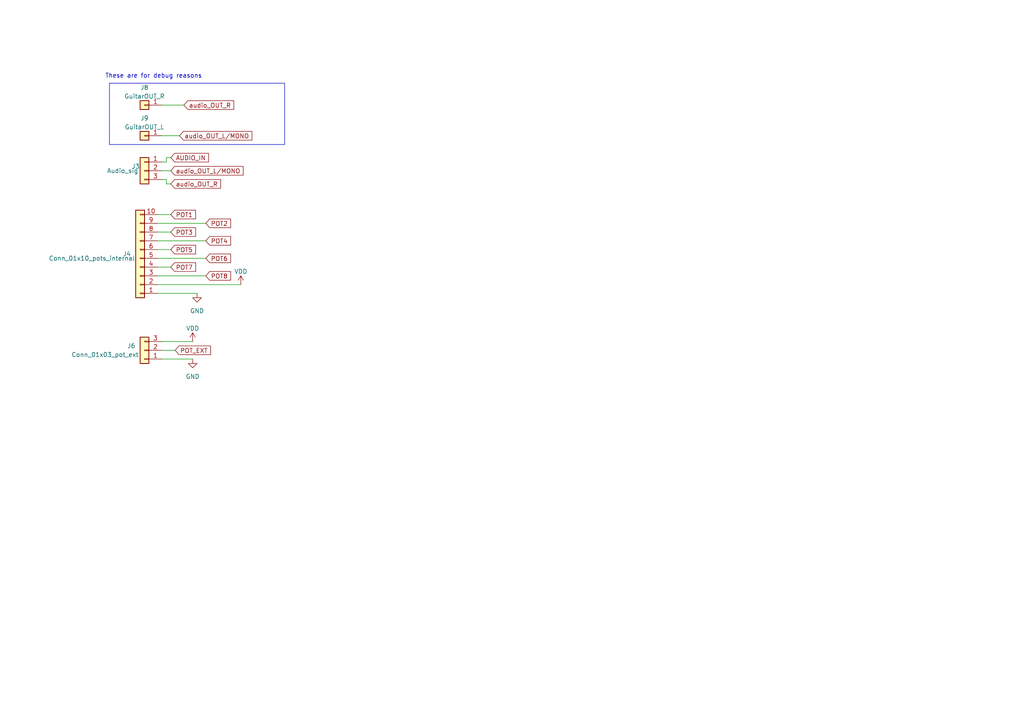
<source format=kicad_sch>
(kicad_sch (version 20230121) (generator eeschema)

  (uuid 4bd4d505-6635-4a72-8154-94b7ad75835f)

  (paper "A4")

  (lib_symbols
    (symbol "Connector_Generic:Conn_01x01" (pin_names (offset 1.016) hide) (in_bom yes) (on_board yes)
      (property "Reference" "J" (at 0 2.54 0)
        (effects (font (size 1.27 1.27)))
      )
      (property "Value" "Conn_01x01" (at 0 -2.54 0)
        (effects (font (size 1.27 1.27)))
      )
      (property "Footprint" "" (at 0 0 0)
        (effects (font (size 1.27 1.27)) hide)
      )
      (property "Datasheet" "~" (at 0 0 0)
        (effects (font (size 1.27 1.27)) hide)
      )
      (property "ki_keywords" "connector" (at 0 0 0)
        (effects (font (size 1.27 1.27)) hide)
      )
      (property "ki_description" "Generic connector, single row, 01x01, script generated (kicad-library-utils/schlib/autogen/connector/)" (at 0 0 0)
        (effects (font (size 1.27 1.27)) hide)
      )
      (property "ki_fp_filters" "Connector*:*_1x??_*" (at 0 0 0)
        (effects (font (size 1.27 1.27)) hide)
      )
      (symbol "Conn_01x01_1_1"
        (rectangle (start -1.27 0.127) (end 0 -0.127)
          (stroke (width 0.1524) (type default))
          (fill (type none))
        )
        (rectangle (start -1.27 1.27) (end 1.27 -1.27)
          (stroke (width 0.254) (type default))
          (fill (type background))
        )
        (pin passive line (at -5.08 0 0) (length 3.81)
          (name "Pin_1" (effects (font (size 1.27 1.27))))
          (number "1" (effects (font (size 1.27 1.27))))
        )
      )
    )
    (symbol "Connector_Generic:Conn_01x03" (pin_names (offset 1.016) hide) (in_bom yes) (on_board yes)
      (property "Reference" "J" (at 0 5.08 0)
        (effects (font (size 1.27 1.27)))
      )
      (property "Value" "Conn_01x03" (at 0 -5.08 0)
        (effects (font (size 1.27 1.27)))
      )
      (property "Footprint" "" (at 0 0 0)
        (effects (font (size 1.27 1.27)) hide)
      )
      (property "Datasheet" "~" (at 0 0 0)
        (effects (font (size 1.27 1.27)) hide)
      )
      (property "ki_keywords" "connector" (at 0 0 0)
        (effects (font (size 1.27 1.27)) hide)
      )
      (property "ki_description" "Generic connector, single row, 01x03, script generated (kicad-library-utils/schlib/autogen/connector/)" (at 0 0 0)
        (effects (font (size 1.27 1.27)) hide)
      )
      (property "ki_fp_filters" "Connector*:*_1x??_*" (at 0 0 0)
        (effects (font (size 1.27 1.27)) hide)
      )
      (symbol "Conn_01x03_1_1"
        (rectangle (start -1.27 -2.413) (end 0 -2.667)
          (stroke (width 0.1524) (type default))
          (fill (type none))
        )
        (rectangle (start -1.27 0.127) (end 0 -0.127)
          (stroke (width 0.1524) (type default))
          (fill (type none))
        )
        (rectangle (start -1.27 2.667) (end 0 2.413)
          (stroke (width 0.1524) (type default))
          (fill (type none))
        )
        (rectangle (start -1.27 3.81) (end 1.27 -3.81)
          (stroke (width 0.254) (type default))
          (fill (type background))
        )
        (pin passive line (at -5.08 2.54 0) (length 3.81)
          (name "Pin_1" (effects (font (size 1.27 1.27))))
          (number "1" (effects (font (size 1.27 1.27))))
        )
        (pin passive line (at -5.08 0 0) (length 3.81)
          (name "Pin_2" (effects (font (size 1.27 1.27))))
          (number "2" (effects (font (size 1.27 1.27))))
        )
        (pin passive line (at -5.08 -2.54 0) (length 3.81)
          (name "Pin_3" (effects (font (size 1.27 1.27))))
          (number "3" (effects (font (size 1.27 1.27))))
        )
      )
    )
    (symbol "Connector_Generic:Conn_01x10" (pin_names (offset 1.016) hide) (in_bom yes) (on_board yes)
      (property "Reference" "J" (at 0 12.7 0)
        (effects (font (size 1.27 1.27)))
      )
      (property "Value" "Conn_01x10" (at 0 -15.24 0)
        (effects (font (size 1.27 1.27)))
      )
      (property "Footprint" "" (at 0 0 0)
        (effects (font (size 1.27 1.27)) hide)
      )
      (property "Datasheet" "~" (at 0 0 0)
        (effects (font (size 1.27 1.27)) hide)
      )
      (property "ki_keywords" "connector" (at 0 0 0)
        (effects (font (size 1.27 1.27)) hide)
      )
      (property "ki_description" "Generic connector, single row, 01x10, script generated (kicad-library-utils/schlib/autogen/connector/)" (at 0 0 0)
        (effects (font (size 1.27 1.27)) hide)
      )
      (property "ki_fp_filters" "Connector*:*_1x??_*" (at 0 0 0)
        (effects (font (size 1.27 1.27)) hide)
      )
      (symbol "Conn_01x10_1_1"
        (rectangle (start -1.27 -12.573) (end 0 -12.827)
          (stroke (width 0.1524) (type default))
          (fill (type none))
        )
        (rectangle (start -1.27 -10.033) (end 0 -10.287)
          (stroke (width 0.1524) (type default))
          (fill (type none))
        )
        (rectangle (start -1.27 -7.493) (end 0 -7.747)
          (stroke (width 0.1524) (type default))
          (fill (type none))
        )
        (rectangle (start -1.27 -4.953) (end 0 -5.207)
          (stroke (width 0.1524) (type default))
          (fill (type none))
        )
        (rectangle (start -1.27 -2.413) (end 0 -2.667)
          (stroke (width 0.1524) (type default))
          (fill (type none))
        )
        (rectangle (start -1.27 0.127) (end 0 -0.127)
          (stroke (width 0.1524) (type default))
          (fill (type none))
        )
        (rectangle (start -1.27 2.667) (end 0 2.413)
          (stroke (width 0.1524) (type default))
          (fill (type none))
        )
        (rectangle (start -1.27 5.207) (end 0 4.953)
          (stroke (width 0.1524) (type default))
          (fill (type none))
        )
        (rectangle (start -1.27 7.747) (end 0 7.493)
          (stroke (width 0.1524) (type default))
          (fill (type none))
        )
        (rectangle (start -1.27 10.287) (end 0 10.033)
          (stroke (width 0.1524) (type default))
          (fill (type none))
        )
        (rectangle (start -1.27 11.43) (end 1.27 -13.97)
          (stroke (width 0.254) (type default))
          (fill (type background))
        )
        (pin passive line (at -5.08 10.16 0) (length 3.81)
          (name "Pin_1" (effects (font (size 1.27 1.27))))
          (number "1" (effects (font (size 1.27 1.27))))
        )
        (pin passive line (at -5.08 -12.7 0) (length 3.81)
          (name "Pin_10" (effects (font (size 1.27 1.27))))
          (number "10" (effects (font (size 1.27 1.27))))
        )
        (pin passive line (at -5.08 7.62 0) (length 3.81)
          (name "Pin_2" (effects (font (size 1.27 1.27))))
          (number "2" (effects (font (size 1.27 1.27))))
        )
        (pin passive line (at -5.08 5.08 0) (length 3.81)
          (name "Pin_3" (effects (font (size 1.27 1.27))))
          (number "3" (effects (font (size 1.27 1.27))))
        )
        (pin passive line (at -5.08 2.54 0) (length 3.81)
          (name "Pin_4" (effects (font (size 1.27 1.27))))
          (number "4" (effects (font (size 1.27 1.27))))
        )
        (pin passive line (at -5.08 0 0) (length 3.81)
          (name "Pin_5" (effects (font (size 1.27 1.27))))
          (number "5" (effects (font (size 1.27 1.27))))
        )
        (pin passive line (at -5.08 -2.54 0) (length 3.81)
          (name "Pin_6" (effects (font (size 1.27 1.27))))
          (number "6" (effects (font (size 1.27 1.27))))
        )
        (pin passive line (at -5.08 -5.08 0) (length 3.81)
          (name "Pin_7" (effects (font (size 1.27 1.27))))
          (number "7" (effects (font (size 1.27 1.27))))
        )
        (pin passive line (at -5.08 -7.62 0) (length 3.81)
          (name "Pin_8" (effects (font (size 1.27 1.27))))
          (number "8" (effects (font (size 1.27 1.27))))
        )
        (pin passive line (at -5.08 -10.16 0) (length 3.81)
          (name "Pin_9" (effects (font (size 1.27 1.27))))
          (number "9" (effects (font (size 1.27 1.27))))
        )
      )
    )
    (symbol "power:GND" (power) (pin_names (offset 0)) (in_bom yes) (on_board yes)
      (property "Reference" "#PWR" (at 0 -6.35 0)
        (effects (font (size 1.27 1.27)) hide)
      )
      (property "Value" "GND" (at 0 -3.81 0)
        (effects (font (size 1.27 1.27)))
      )
      (property "Footprint" "" (at 0 0 0)
        (effects (font (size 1.27 1.27)) hide)
      )
      (property "Datasheet" "" (at 0 0 0)
        (effects (font (size 1.27 1.27)) hide)
      )
      (property "ki_keywords" "global power" (at 0 0 0)
        (effects (font (size 1.27 1.27)) hide)
      )
      (property "ki_description" "Power symbol creates a global label with name \"GND\" , ground" (at 0 0 0)
        (effects (font (size 1.27 1.27)) hide)
      )
      (symbol "GND_0_1"
        (polyline
          (pts
            (xy 0 0)
            (xy 0 -1.27)
            (xy 1.27 -1.27)
            (xy 0 -2.54)
            (xy -1.27 -1.27)
            (xy 0 -1.27)
          )
          (stroke (width 0) (type default))
          (fill (type none))
        )
      )
      (symbol "GND_1_1"
        (pin power_in line (at 0 0 270) (length 0) hide
          (name "GND" (effects (font (size 1.27 1.27))))
          (number "1" (effects (font (size 1.27 1.27))))
        )
      )
    )
    (symbol "power:VDD" (power) (pin_names (offset 0)) (in_bom yes) (on_board yes)
      (property "Reference" "#PWR" (at 0 -3.81 0)
        (effects (font (size 1.27 1.27)) hide)
      )
      (property "Value" "VDD" (at 0 3.81 0)
        (effects (font (size 1.27 1.27)))
      )
      (property "Footprint" "" (at 0 0 0)
        (effects (font (size 1.27 1.27)) hide)
      )
      (property "Datasheet" "" (at 0 0 0)
        (effects (font (size 1.27 1.27)) hide)
      )
      (property "ki_keywords" "global power" (at 0 0 0)
        (effects (font (size 1.27 1.27)) hide)
      )
      (property "ki_description" "Power symbol creates a global label with name \"VDD\"" (at 0 0 0)
        (effects (font (size 1.27 1.27)) hide)
      )
      (symbol "VDD_0_1"
        (polyline
          (pts
            (xy -0.762 1.27)
            (xy 0 2.54)
          )
          (stroke (width 0) (type default))
          (fill (type none))
        )
        (polyline
          (pts
            (xy 0 0)
            (xy 0 2.54)
          )
          (stroke (width 0) (type default))
          (fill (type none))
        )
        (polyline
          (pts
            (xy 0 2.54)
            (xy 0.762 1.27)
          )
          (stroke (width 0) (type default))
          (fill (type none))
        )
      )
      (symbol "VDD_1_1"
        (pin power_in line (at 0 0 90) (length 0) hide
          (name "VDD" (effects (font (size 1.27 1.27))))
          (number "1" (effects (font (size 1.27 1.27))))
        )
      )
    )
  )


  (wire (pts (xy 46.99 101.6) (xy 50.8 101.6))
    (stroke (width 0) (type default))
    (uuid 1c5d4bee-d90b-416e-ba05-64930dfbde22)
  )
  (wire (pts (xy 45.72 82.55) (xy 69.85 82.55))
    (stroke (width 0) (type default))
    (uuid 2621f1b3-a162-4e01-8c2a-b62c7fa91fad)
  )
  (wire (pts (xy 45.72 69.85) (xy 59.69 69.85))
    (stroke (width 0) (type default))
    (uuid 28e001e9-ecce-40ee-b15c-bd6db2360ccc)
  )
  (wire (pts (xy 45.72 74.93) (xy 59.69 74.93))
    (stroke (width 0) (type default))
    (uuid 2f317664-98b3-4690-9009-d0b596edc4de)
  )
  (wire (pts (xy 46.99 99.06) (xy 55.88 99.06))
    (stroke (width 0) (type default))
    (uuid 3758aab7-bbcb-44fd-94ad-0c9d91e87452)
  )
  (wire (pts (xy 46.99 104.14) (xy 55.88 104.14))
    (stroke (width 0) (type default))
    (uuid 3caf8b41-e212-4092-a322-ff00fbcfda8c)
  )
  (wire (pts (xy 48.26 46.99) (xy 46.99 46.99))
    (stroke (width 0) (type default))
    (uuid 596beb0e-3dd1-4c60-bbad-3e2092908b13)
  )
  (wire (pts (xy 48.26 53.34) (xy 48.26 52.07))
    (stroke (width 0) (type default))
    (uuid 6854bf92-303a-4910-bb59-fc5fb0408a79)
  )
  (wire (pts (xy 45.72 62.23) (xy 49.53 62.23))
    (stroke (width 0) (type default))
    (uuid 6e104498-2ced-43f1-a3f5-960a82acf110)
  )
  (wire (pts (xy 48.26 53.34) (xy 49.53 53.34))
    (stroke (width 0) (type default))
    (uuid 8bbd160a-1a38-4144-a38a-9311a79e67c4)
  )
  (wire (pts (xy 48.26 45.72) (xy 48.26 46.99))
    (stroke (width 0) (type default))
    (uuid 900e6d6c-14a3-4cb0-b3bb-0b4fe996a974)
  )
  (wire (pts (xy 45.72 80.01) (xy 59.69 80.01))
    (stroke (width 0) (type default))
    (uuid 9d39c62a-fbf6-4f15-92ee-bea01277ad2a)
  )
  (wire (pts (xy 46.99 49.53) (xy 49.53 49.53))
    (stroke (width 0) (type default))
    (uuid a1e531a2-e06b-4977-941c-f26d69f77fde)
  )
  (wire (pts (xy 48.26 45.72) (xy 49.53 45.72))
    (stroke (width 0) (type default))
    (uuid b1e9cdcd-a926-43d7-8049-87986ed14c2a)
  )
  (wire (pts (xy 45.72 72.39) (xy 49.53 72.39))
    (stroke (width 0) (type default))
    (uuid bbb1d2a2-8732-4bdb-b146-c943eafd0df8)
  )
  (wire (pts (xy 46.99 39.37) (xy 52.07 39.37))
    (stroke (width 0) (type default))
    (uuid bc9f807e-6a71-453b-878e-b3b4554b6d65)
  )
  (wire (pts (xy 46.99 30.48) (xy 53.34 30.48))
    (stroke (width 0) (type default))
    (uuid c4ba087d-4329-4608-bbcc-53281aee0b27)
  )
  (wire (pts (xy 45.72 67.31) (xy 49.53 67.31))
    (stroke (width 0) (type default))
    (uuid c9277dd0-3565-49b9-8a44-a8f4c1b88c1e)
  )
  (wire (pts (xy 48.26 52.07) (xy 46.99 52.07))
    (stroke (width 0) (type default))
    (uuid d10c0a6c-c837-414c-803a-184dd7d6d6a4)
  )
  (wire (pts (xy 45.72 85.09) (xy 57.15 85.09))
    (stroke (width 0) (type default))
    (uuid d53300b0-8e22-4a80-8149-22ddc8b13878)
  )
  (wire (pts (xy 45.72 64.77) (xy 59.69 64.77))
    (stroke (width 0) (type default))
    (uuid d973eec1-7173-4560-a474-3e12e3c8a5da)
  )
  (wire (pts (xy 45.72 77.47) (xy 49.53 77.47))
    (stroke (width 0) (type default))
    (uuid f8cd3065-70b5-4233-bc32-afb759db30fb)
  )

  (rectangle (start 31.75 24.13) (end 82.55 41.91)
    (stroke (width 0) (type default))
    (fill (type none))
    (uuid 9e620ecd-9d7c-409d-b0f9-1401559465eb)
  )

  (text "These are for debug reasons\n" (at 30.48 22.86 0)
    (effects (font (size 1.27 1.27)) (justify left bottom))
    (uuid 51acfde0-9b4a-40b8-85b9-2860db761d2d)
  )

  (global_label "POT3" (shape input) (at 49.53 67.31 0) (fields_autoplaced)
    (effects (font (size 1.27 1.27)) (justify left))
    (uuid 19075102-40f8-4593-a985-056fe865f5ef)
    (property "Intersheetrefs" "${INTERSHEET_REFS}" (at 57.2134 67.31 0)
      (effects (font (size 1.27 1.27)) (justify left) hide)
    )
  )
  (global_label "POT7" (shape input) (at 49.53 77.47 0) (fields_autoplaced)
    (effects (font (size 1.27 1.27)) (justify left))
    (uuid 27c6407a-f81b-4b5c-9f08-501eb2e1ae12)
    (property "Intersheetrefs" "${INTERSHEET_REFS}" (at 57.2134 77.47 0)
      (effects (font (size 1.27 1.27)) (justify left) hide)
    )
  )
  (global_label "AUDIO_IN" (shape input) (at 49.53 45.72 0) (fields_autoplaced)
    (effects (font (size 1.27 1.27)) (justify left))
    (uuid 3b0eeba0-a275-4c06-8e6b-3bad0265ab6e)
    (property "Intersheetrefs" "${INTERSHEET_REFS}" (at 60.9631 45.72 0)
      (effects (font (size 1.27 1.27)) (justify left) hide)
    )
  )
  (global_label "audio_OUT_L{slash}MONO" (shape input) (at 49.53 49.53 0) (fields_autoplaced)
    (effects (font (size 1.27 1.27)) (justify left))
    (uuid 44279fc3-798a-4d6a-b603-78ffde2f87ee)
    (property "Intersheetrefs" "${INTERSHEET_REFS}" (at 71.0019 49.53 0)
      (effects (font (size 1.27 1.27)) (justify left) hide)
    )
  )
  (global_label "POT_EXT" (shape input) (at 50.8 101.6 0) (fields_autoplaced)
    (effects (font (size 1.27 1.27)) (justify left))
    (uuid 45162a8b-af3a-4b46-b9ce-05131d72cd6f)
    (property "Intersheetrefs" "${INTERSHEET_REFS}" (at 61.5676 101.6 0)
      (effects (font (size 1.27 1.27)) (justify left) hide)
    )
  )
  (global_label "POT8" (shape input) (at 59.69 80.01 0) (fields_autoplaced)
    (effects (font (size 1.27 1.27)) (justify left))
    (uuid 4a4d1043-4d5d-499a-84d8-f4fff2602a92)
    (property "Intersheetrefs" "${INTERSHEET_REFS}" (at 67.3734 80.01 0)
      (effects (font (size 1.27 1.27)) (justify left) hide)
    )
  )
  (global_label "audio_OUT_R" (shape input) (at 49.53 53.34 0) (fields_autoplaced)
    (effects (font (size 1.27 1.27)) (justify left))
    (uuid 568c6319-948a-4f40-b8fe-c82c2fb66f8d)
    (property "Intersheetrefs" "${INTERSHEET_REFS}" (at 64.4704 53.34 0)
      (effects (font (size 1.27 1.27)) (justify left) hide)
    )
  )
  (global_label "POT6" (shape input) (at 59.69 74.93 0) (fields_autoplaced)
    (effects (font (size 1.27 1.27)) (justify left))
    (uuid 56a0e83b-7085-4921-a4b3-814d4a548762)
    (property "Intersheetrefs" "${INTERSHEET_REFS}" (at 67.3734 74.93 0)
      (effects (font (size 1.27 1.27)) (justify left) hide)
    )
  )
  (global_label "audio_OUT_R" (shape input) (at 53.34 30.48 0) (fields_autoplaced)
    (effects (font (size 1.27 1.27)) (justify left))
    (uuid 5ae9a2fc-0082-454b-ae69-9d88fd2c3ce7)
    (property "Intersheetrefs" "${INTERSHEET_REFS}" (at 68.2804 30.48 0)
      (effects (font (size 1.27 1.27)) (justify left) hide)
    )
  )
  (global_label "POT1" (shape input) (at 49.53 62.23 0) (fields_autoplaced)
    (effects (font (size 1.27 1.27)) (justify left))
    (uuid 7937d9c6-b65a-4ed6-b343-9451f9ac3bd9)
    (property "Intersheetrefs" "${INTERSHEET_REFS}" (at 57.2134 62.23 0)
      (effects (font (size 1.27 1.27)) (justify left) hide)
    )
  )
  (global_label "POT2" (shape input) (at 59.69 64.77 0) (fields_autoplaced)
    (effects (font (size 1.27 1.27)) (justify left))
    (uuid 98ed3da9-3b50-4042-aad8-ba5cd4f3d4d8)
    (property "Intersheetrefs" "${INTERSHEET_REFS}" (at 67.3734 64.77 0)
      (effects (font (size 1.27 1.27)) (justify left) hide)
    )
  )
  (global_label "POT5" (shape input) (at 49.53 72.39 0) (fields_autoplaced)
    (effects (font (size 1.27 1.27)) (justify left))
    (uuid af17aa30-385a-44a3-ab07-901b0baa465b)
    (property "Intersheetrefs" "${INTERSHEET_REFS}" (at 57.2134 72.39 0)
      (effects (font (size 1.27 1.27)) (justify left) hide)
    )
  )
  (global_label "audio_OUT_L{slash}MONO" (shape input) (at 52.07 39.37 0) (fields_autoplaced)
    (effects (font (size 1.27 1.27)) (justify left))
    (uuid ed547cc9-ab48-40cc-a245-3b7d6daa714f)
    (property "Intersheetrefs" "${INTERSHEET_REFS}" (at 73.5419 39.37 0)
      (effects (font (size 1.27 1.27)) (justify left) hide)
    )
  )
  (global_label "POT4" (shape input) (at 59.69 69.85 0) (fields_autoplaced)
    (effects (font (size 1.27 1.27)) (justify left))
    (uuid eee5b567-c7ae-41af-8546-75f6dc09de92)
    (property "Intersheetrefs" "${INTERSHEET_REFS}" (at 67.3734 69.85 0)
      (effects (font (size 1.27 1.27)) (justify left) hide)
    )
  )

  (symbol (lib_id "Connector_Generic:Conn_01x03") (at 41.91 101.6 180) (unit 1)
    (in_bom yes) (on_board yes) (dnp no)
    (uuid 0c014643-9534-4945-bf5c-d055b10455a5)
    (property "Reference" "J6" (at 38.1 100.33 0)
      (effects (font (size 1.27 1.27)))
    )
    (property "Value" "Conn_01x03_pot_ext" (at 30.48 102.87 0)
      (effects (font (size 1.27 1.27)))
    )
    (property "Footprint" "Connector_PinHeader_2.54mm:PinHeader_1x03_P2.54mm_Vertical" (at 41.91 101.6 0)
      (effects (font (size 1.27 1.27)) hide)
    )
    (property "Datasheet" "~" (at 41.91 101.6 0)
      (effects (font (size 1.27 1.27)) hide)
    )
    (pin "1" (uuid 44c4d2c9-7a2a-4411-ab2d-54fa9813dd29))
    (pin "2" (uuid 520b4a39-9bcb-4ba2-b4c6-4c8ec93c89a3))
    (pin "3" (uuid 0249f606-883a-4fa1-9f8a-d6415eae3bb5))
    (instances
      (project "stm_audio_board_V2"
        (path "/6997cf63-2615-4e49-9471-e7da1b6bae71"
          (reference "J6") (unit 1)
        )
        (path "/6997cf63-2615-4e49-9471-e7da1b6bae71/6424856c-1346-4018-a943-0d16008c9545"
          (reference "J6") (unit 1)
        )
      )
    )
  )

  (symbol (lib_id "power:GND") (at 55.88 104.14 0) (unit 1)
    (in_bom yes) (on_board yes) (dnp no) (fields_autoplaced)
    (uuid 18b8bd10-a9a7-42b0-9c16-d23d7014eb77)
    (property "Reference" "#PWR050" (at 55.88 110.49 0)
      (effects (font (size 1.27 1.27)) hide)
    )
    (property "Value" "GND" (at 55.88 109.22 0)
      (effects (font (size 1.27 1.27)))
    )
    (property "Footprint" "" (at 55.88 104.14 0)
      (effects (font (size 1.27 1.27)) hide)
    )
    (property "Datasheet" "" (at 55.88 104.14 0)
      (effects (font (size 1.27 1.27)) hide)
    )
    (pin "1" (uuid 777817ff-974d-490b-8289-927e51c0d08e))
    (instances
      (project "stm_audio_board_V2"
        (path "/6997cf63-2615-4e49-9471-e7da1b6bae71"
          (reference "#PWR050") (unit 1)
        )
        (path "/6997cf63-2615-4e49-9471-e7da1b6bae71/6424856c-1346-4018-a943-0d16008c9545"
          (reference "#PWR050") (unit 1)
        )
      )
    )
  )

  (symbol (lib_id "Connector_Generic:Conn_01x01") (at 41.91 30.48 180) (unit 1)
    (in_bom yes) (on_board yes) (dnp no) (fields_autoplaced)
    (uuid 34168edc-9c8c-4864-b6fb-ef03dc32a321)
    (property "Reference" "J8" (at 41.91 25.4 0)
      (effects (font (size 1.27 1.27)))
    )
    (property "Value" "GuitarOUT_R" (at 41.91 27.94 0)
      (effects (font (size 1.27 1.27)))
    )
    (property "Footprint" "Connector_PinHeader_2.54mm:PinHeader_1x01_P2.54mm_Vertical" (at 41.91 30.48 0)
      (effects (font (size 1.27 1.27)) hide)
    )
    (property "Datasheet" "~" (at 41.91 30.48 0)
      (effects (font (size 1.27 1.27)) hide)
    )
    (pin "1" (uuid 0c06d242-10ad-4094-8b9c-b04d7920c5e1))
    (instances
      (project "stm_audio_board_V2"
        (path "/6997cf63-2615-4e49-9471-e7da1b6bae71"
          (reference "J8") (unit 1)
        )
        (path "/6997cf63-2615-4e49-9471-e7da1b6bae71/83920463-7bb1-4088-aad8-702bcdea14ea"
          (reference "J8") (unit 1)
        )
        (path "/6997cf63-2615-4e49-9471-e7da1b6bae71/6424856c-1346-4018-a943-0d16008c9545"
          (reference "J8") (unit 1)
        )
      )
    )
  )

  (symbol (lib_id "Connector_Generic:Conn_01x03") (at 41.91 49.53 0) (mirror y) (unit 1)
    (in_bom yes) (on_board yes) (dnp no)
    (uuid 75b13d41-b4f4-44b2-8115-3c2494bfd5a6)
    (property "Reference" "J3" (at 39.37 48.26 0)
      (effects (font (size 1.27 1.27)))
    )
    (property "Value" "Audio_sig" (at 35.56 49.53 0)
      (effects (font (size 1.27 1.27)))
    )
    (property "Footprint" "Connector_PinHeader_2.54mm:PinHeader_1x03_P2.54mm_Vertical" (at 41.91 49.53 0)
      (effects (font (size 1.27 1.27)) hide)
    )
    (property "Datasheet" "~" (at 41.91 49.53 0)
      (effects (font (size 1.27 1.27)) hide)
    )
    (pin "1" (uuid 5159d580-637f-4f3d-85b8-73da4e6fab93))
    (pin "2" (uuid db454c60-597b-4181-94da-0d36259302d0))
    (pin "3" (uuid 033dc28a-0052-4395-9e22-e87a06077968))
    (instances
      (project "stm_audio_board_V2"
        (path "/6997cf63-2615-4e49-9471-e7da1b6bae71"
          (reference "J3") (unit 1)
        )
        (path "/6997cf63-2615-4e49-9471-e7da1b6bae71/6424856c-1346-4018-a943-0d16008c9545"
          (reference "J3") (unit 1)
        )
      )
    )
  )

  (symbol (lib_id "power:VDD") (at 55.88 99.06 0) (unit 1)
    (in_bom yes) (on_board yes) (dnp no) (fields_autoplaced)
    (uuid 9a015880-45bd-4397-bf6d-b6cf5e2945d0)
    (property "Reference" "#PWR049" (at 55.88 102.87 0)
      (effects (font (size 1.27 1.27)) hide)
    )
    (property "Value" "VDD" (at 55.88 95.25 0)
      (effects (font (size 1.27 1.27)))
    )
    (property "Footprint" "" (at 55.88 99.06 0)
      (effects (font (size 1.27 1.27)) hide)
    )
    (property "Datasheet" "" (at 55.88 99.06 0)
      (effects (font (size 1.27 1.27)) hide)
    )
    (pin "1" (uuid 487d3970-8710-4828-9efa-80ad1d61d78f))
    (instances
      (project "stm_audio_board_V2"
        (path "/6997cf63-2615-4e49-9471-e7da1b6bae71"
          (reference "#PWR049") (unit 1)
        )
        (path "/6997cf63-2615-4e49-9471-e7da1b6bae71/6424856c-1346-4018-a943-0d16008c9545"
          (reference "#PWR049") (unit 1)
        )
      )
    )
  )

  (symbol (lib_id "Connector_Generic:Conn_01x10") (at 40.64 74.93 180) (unit 1)
    (in_bom yes) (on_board yes) (dnp no)
    (uuid aa603c9c-16f4-4fb9-be0c-e97101a8eecf)
    (property "Reference" "J4" (at 36.83 73.66 0)
      (effects (font (size 1.27 1.27)))
    )
    (property "Value" "Conn_01x10_pots_internal" (at 26.67 74.93 0)
      (effects (font (size 1.27 1.27)))
    )
    (property "Footprint" "Connector_PinHeader_2.54mm:PinHeader_1x10_P2.54mm_Vertical" (at 40.64 74.93 0)
      (effects (font (size 1.27 1.27)) hide)
    )
    (property "Datasheet" "~" (at 40.64 74.93 0)
      (effects (font (size 1.27 1.27)) hide)
    )
    (pin "1" (uuid e8fdf0a7-4405-49fc-8a4d-fb4e6a4cbd95))
    (pin "10" (uuid 9b971604-1be6-4ad9-80a0-98baf3e287e1))
    (pin "2" (uuid ab454328-b093-41a7-8b3d-eec1fefcdcce))
    (pin "3" (uuid 1df8d392-4e7b-4bcf-93dc-ebd0a64a6ba3))
    (pin "4" (uuid 63ccb4cb-dd91-4d9e-8de0-7185f8e0b71b))
    (pin "5" (uuid 963c7014-7170-4e05-aea8-f8bb0bf37350))
    (pin "6" (uuid acaa5833-f131-4e72-a934-433e431ae8a0))
    (pin "7" (uuid 2892e96b-725c-4369-b0fe-1c4e384eefb6))
    (pin "8" (uuid 76afa810-6c0f-4b92-bcef-eeefef33eae2))
    (pin "9" (uuid 4c784a24-4d25-4f6a-9fee-6ac152f07b94))
    (instances
      (project "stm_audio_board_V2"
        (path "/6997cf63-2615-4e49-9471-e7da1b6bae71"
          (reference "J4") (unit 1)
        )
        (path "/6997cf63-2615-4e49-9471-e7da1b6bae71/6424856c-1346-4018-a943-0d16008c9545"
          (reference "J4") (unit 1)
        )
      )
    )
  )

  (symbol (lib_id "Connector_Generic:Conn_01x01") (at 41.91 39.37 180) (unit 1)
    (in_bom yes) (on_board yes) (dnp no) (fields_autoplaced)
    (uuid ceb24841-f470-4c3b-830c-39562d2d1b27)
    (property "Reference" "J9" (at 41.91 34.29 0)
      (effects (font (size 1.27 1.27)))
    )
    (property "Value" "GuitarOUT_L" (at 41.91 36.83 0)
      (effects (font (size 1.27 1.27)))
    )
    (property "Footprint" "Connector_PinHeader_2.54mm:PinHeader_1x01_P2.54mm_Vertical" (at 41.91 39.37 0)
      (effects (font (size 1.27 1.27)) hide)
    )
    (property "Datasheet" "~" (at 41.91 39.37 0)
      (effects (font (size 1.27 1.27)) hide)
    )
    (pin "1" (uuid a84426ad-2825-4b94-80f9-bfba87ce4e9d))
    (instances
      (project "stm_audio_board_V2"
        (path "/6997cf63-2615-4e49-9471-e7da1b6bae71"
          (reference "J9") (unit 1)
        )
        (path "/6997cf63-2615-4e49-9471-e7da1b6bae71/83920463-7bb1-4088-aad8-702bcdea14ea"
          (reference "J9") (unit 1)
        )
        (path "/6997cf63-2615-4e49-9471-e7da1b6bae71/6424856c-1346-4018-a943-0d16008c9545"
          (reference "J9") (unit 1)
        )
      )
    )
  )

  (symbol (lib_id "power:GND") (at 57.15 85.09 0) (unit 1)
    (in_bom yes) (on_board yes) (dnp no) (fields_autoplaced)
    (uuid d70752e6-664e-41d3-87e2-12ebff3ca380)
    (property "Reference" "#PWR052" (at 57.15 91.44 0)
      (effects (font (size 1.27 1.27)) hide)
    )
    (property "Value" "GND" (at 57.15 90.17 0)
      (effects (font (size 1.27 1.27)))
    )
    (property "Footprint" "" (at 57.15 85.09 0)
      (effects (font (size 1.27 1.27)) hide)
    )
    (property "Datasheet" "" (at 57.15 85.09 0)
      (effects (font (size 1.27 1.27)) hide)
    )
    (pin "1" (uuid 5a2b2da2-ba65-4be4-81f8-bd66ec62961d))
    (instances
      (project "stm_audio_board_V2"
        (path "/6997cf63-2615-4e49-9471-e7da1b6bae71"
          (reference "#PWR052") (unit 1)
        )
        (path "/6997cf63-2615-4e49-9471-e7da1b6bae71/6424856c-1346-4018-a943-0d16008c9545"
          (reference "#PWR052") (unit 1)
        )
      )
    )
  )

  (symbol (lib_id "power:VDD") (at 69.85 82.55 0) (unit 1)
    (in_bom yes) (on_board yes) (dnp no) (fields_autoplaced)
    (uuid ebb15b6f-32a9-4088-bd49-87bc6f6017d3)
    (property "Reference" "#PWR051" (at 69.85 86.36 0)
      (effects (font (size 1.27 1.27)) hide)
    )
    (property "Value" "VDD" (at 69.85 78.74 0)
      (effects (font (size 1.27 1.27)))
    )
    (property "Footprint" "" (at 69.85 82.55 0)
      (effects (font (size 1.27 1.27)) hide)
    )
    (property "Datasheet" "" (at 69.85 82.55 0)
      (effects (font (size 1.27 1.27)) hide)
    )
    (pin "1" (uuid 1e29f4d1-3dfd-4878-a701-580a46fb3bc9))
    (instances
      (project "stm_audio_board_V2"
        (path "/6997cf63-2615-4e49-9471-e7da1b6bae71"
          (reference "#PWR051") (unit 1)
        )
        (path "/6997cf63-2615-4e49-9471-e7da1b6bae71/6424856c-1346-4018-a943-0d16008c9545"
          (reference "#PWR051") (unit 1)
        )
      )
    )
  )
)

</source>
